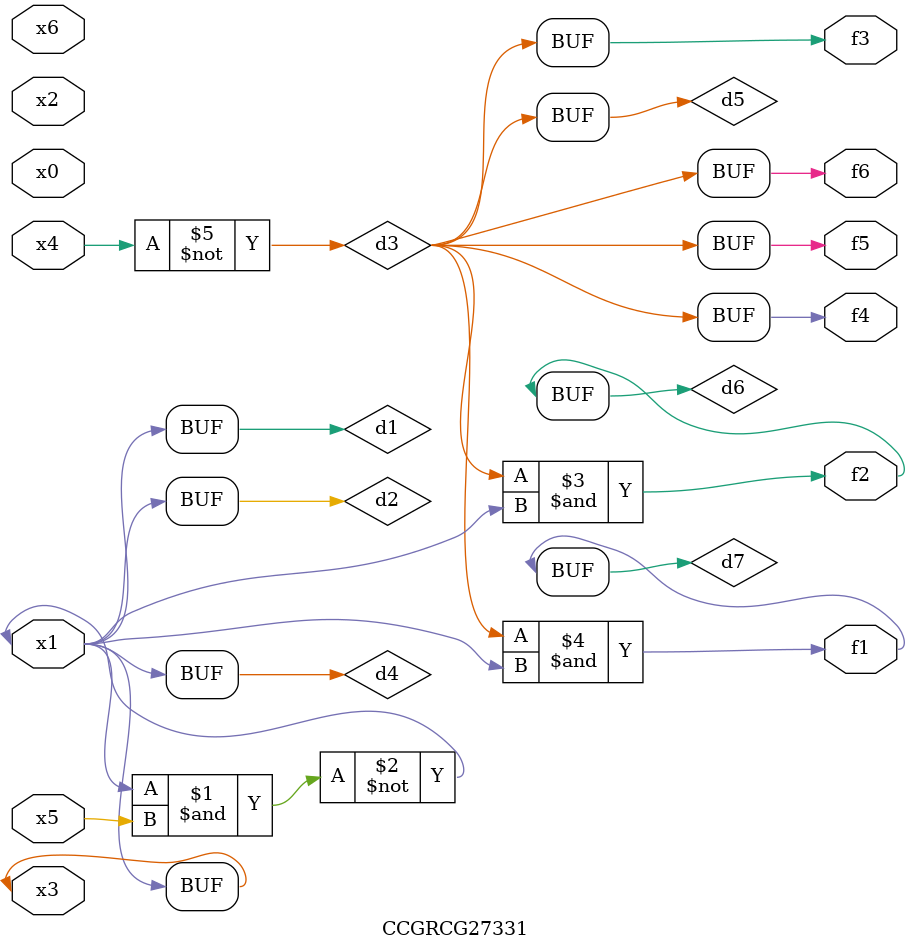
<source format=v>
module CCGRCG27331(
	input x0, x1, x2, x3, x4, x5, x6,
	output f1, f2, f3, f4, f5, f6
);

	wire d1, d2, d3, d4, d5, d6, d7;

	buf (d1, x1, x3);
	nand (d2, x1, x5);
	not (d3, x4);
	buf (d4, d1, d2);
	buf (d5, d3);
	and (d6, d3, d4);
	and (d7, d3, d4);
	assign f1 = d7;
	assign f2 = d6;
	assign f3 = d5;
	assign f4 = d5;
	assign f5 = d5;
	assign f6 = d5;
endmodule

</source>
